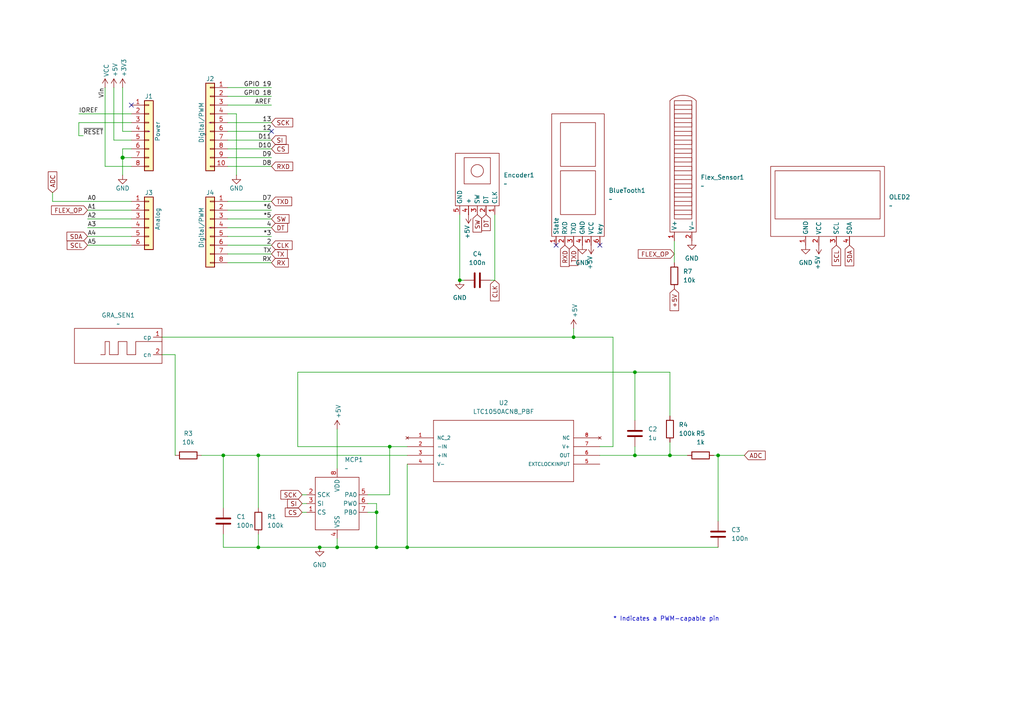
<source format=kicad_sch>
(kicad_sch (version 20250114) (generator "eeschema") (generator_version "9.0")
  (paper "A4")
  (title_block (title "Capteur graphite Shield Arduino") (date "2026-02-19"))
  (lib_symbols
    (symbol "Component_projet_capteur:Bluetooth"
      (property "Reference" "BlueTooth1" (at 8.89 10.7951 0))
      (property "Value" "~" (at 8.89 8.2551 0))
      (symbol "Bluetooth_0_1"
        (rectangle (start -7.62 33.02) (end 7.62 -2.54))
        (rectangle (start -5.08 30.48) (end 5.08 17.78))
        (rectangle (start -5.08 16.51) (end 5.08 3.81))
      )
      (symbol "Bluetooth_1_1"
        (pin input line (at -6.35 -5.08 90) (length 2.54) (name "State") (number "1"))
        (pin input line (at -3.81 -5.08 90) (length 2.54) (name "RXD") (number "2"))
        (pin input line (at -1.27 -5.08 90) (length 2.54) (name "TXD") (number "3"))
        (pin input line (at 1.27 -5.08 90) (length 2.54) (name "GND") (number "4"))
        (pin input line (at 3.81 -5.08 90) (length 2.54) (name "VCC") (number "5"))
        (pin input line (at 6.35 -5.08 90) (length 2.54) (name "key") (number "6"))
      )
    )
    (symbol "Component_projet_capteur:Encoder"
      (property "Reference" "Encoder" (at 0 17.018 0))
      (symbol "Encoder_0_1"
        (rectangle (start -6.35 15.24) (end 6.35 0))
        (rectangle (start -3.81 13.97) (end 3.81 6.35))
        (circle (center 0 10.16) (radius 1.7961))
      )
      (symbol "Encoder_1_1"
        (pin input line (at -5.08 -2.54 90) (length 2.54) (name "GND") (number "5"))
        (pin input line (at -2.54 -2.54 90) (length 2.54) (name "+") (number "4"))
        (pin input line (at 0 -2.54 90) (length 2.54) (name "SW") (number "3"))
        (pin input line (at 2.54 -2.54 90) (length 2.54) (name "DT") (number "2"))
        (pin input line (at 5.08 -2.54 90) (length 2.54) (name "CLK") (number "1"))
      )
    )
    (symbol "Component_projet_capteur:FlexSensor"
      (property "Reference" "Flex_Sensor1" (at 5.08 10.7951 0))
      (property "Value" "~" (at 5.08 8.2551 0))
      (symbol "FlexSensor_0_1"
        (rectangle (start -2.54 33.02) (end 2.54 -1.27))
        (rectangle (start -2.54 31.75) (end 2.54 30.48))
        (rectangle (start -2.54 29.21) (end 2.54 27.94))
        (rectangle (start -2.54 26.67) (end 2.54 25.4))
        (rectangle (start -2.54 24.13) (end 2.54 22.86))
        (rectangle (start -2.54 21.59) (end 2.54 20.32))
        (rectangle (start -2.54 19.05) (end 2.54 17.78))
        (rectangle (start -2.54 16.51) (end 2.54 15.24))
        (rectangle (start -2.54 13.97) (end 2.54 12.7))
        (rectangle (start -2.54 11.43) (end 2.54 10.16))
        (rectangle (start -2.54 8.89) (end 2.54 7.62))
        (rectangle (start -2.54 6.35) (end 2.54 5.08))
        (rectangle (start -2.54 3.81) (end 2.54 2.54))
        (rectangle (start -2.54 1.27) (end 2.54 0))
        (arc (start -3.81 33.02) (mid 0 34.5982) (end 3.81 33.02))
        (polyline (pts (xy 3.81 33.02) (xy 3.81 -5.08) (xy -3.81 -5.08) (xy -3.81 33.02)))
      )
      (symbol "FlexSensor_1_1"
        (pin input line (at -2.54 -7.62 90) (length 2.54) (name "V+") (number "1"))
        (pin input line (at 2.54 -7.62 90) (length 2.54) (name "V-") (number "2"))
      )
    )
    (symbol "Component_projet_capteur:MCP41050"
      (property "Reference" "MCP1" (at 2.1433 12.7 0))
      (property "Value" "~" (at 2.1433 10.16 0))
      (symbol "MCP41050_0_1"
        (rectangle (start -6.35 7.62) (end 6.35 -7.62))
      )
      (symbol "MCP41050_1_1"
        (pin input line (at -8.89 2.54 0) (length 2.54) (name "SCK") (number "2"))
        (pin input line (at -8.89 0 0) (length 2.54) (name "SI") (number "3"))
        (pin input line (at -8.89 -2.54 0) (length 2.54) (name "CS") (number "1"))
        (pin input line (at 0 10.16 270) (length 2.54) (name "VDD") (number "8"))
        (pin input line (at 0 -10.16 90) (length 2.54) (name "VSS") (number "4"))
        (pin input line (at 8.89 2.54 180) (length 2.54) (name "PA0") (number "5"))
        (pin input line (at 8.89 0 180) (length 2.54) (name "PW0") (number "6"))
        (pin input line (at 8.89 -2.54 180) (length 2.54) (name "PB0") (number "7"))
      )
    )
    (symbol "Connector_Generic:Conn_01x06" (pin_names (offset 1.016) (hide yes))
      (property "Reference" "J" (at 0 7.62 0))
      (property "Value" "Conn_01x06" (at 0 -10.16 0))
      (symbol "Conn_01x06_1_1"
        (rectangle (start -1.27 6.35) (end 1.27 -8.89) (stroke (width 0.254)) (fill (type background)))
        (rectangle (start -1.27 5.207) (end 0 4.953) (stroke (width 0.1524)))
        (rectangle (start -1.27 2.667) (end 0 2.413) (stroke (width 0.1524)))
        (rectangle (start -1.27 0.127) (end 0 -0.127) (stroke (width 0.1524)))
        (rectangle (start -1.27 -2.413) (end 0 -2.667) (stroke (width 0.1524)))
        (rectangle (start -1.27 -4.953) (end 0 -5.207) (stroke (width 0.1524)))
        (rectangle (start -1.27 -7.493) (end 0 -7.747) (stroke (width 0.1524)))
        (pin passive line (at -5.08 5.08 0) (length 3.81) (name "Pin_1") (number "1"))
        (pin passive line (at -5.08 2.54 0) (length 3.81) (name "Pin_2") (number "2"))
        (pin passive line (at -5.08 0 0) (length 3.81) (name "Pin_3") (number "3"))
        (pin passive line (at -5.08 -2.54 0) (length 3.81) (name "Pin_4") (number "4"))
        (pin passive line (at -5.08 -5.08 0) (length 3.81) (name "Pin_5") (number "5"))
        (pin passive line (at -5.08 -7.62 0) (length 3.81) (name "Pin_6") (number "6"))
      )
    )
    (symbol "Connector_Generic:Conn_01x08" (pin_names (offset 1.016) (hide yes))
      (property "Reference" "J" (at 0 10.16 0))
      (property "Value" "Conn_01x08" (at 0 -12.7 0))
      (symbol "Conn_01x08_1_1"
        (rectangle (start -1.27 8.89) (end 1.27 -11.43) (stroke (width 0.254)) (fill (type background)))
        (rectangle (start -1.27 7.747) (end 0 7.493) (stroke (width 0.1524)))
        (rectangle (start -1.27 5.207) (end 0 4.953) (stroke (width 0.1524)))
        (rectangle (start -1.27 2.667) (end 0 2.413) (stroke (width 0.1524)))
        (rectangle (start -1.27 0.127) (end 0 -0.127) (stroke (width 0.1524)))
        (rectangle (start -1.27 -2.413) (end 0 -2.667) (stroke (width 0.1524)))
        (rectangle (start -1.27 -4.953) (end 0 -5.207) (stroke (width 0.1524)))
        (rectangle (start -1.27 -7.493) (end 0 -7.747) (stroke (width 0.1524)))
        (rectangle (start -1.27 -10.033) (end 0 -10.287) (stroke (width 0.1524)))
        (pin passive line (at -5.08 7.62 0) (length 3.81) (name "Pin_1") (number "1"))
        (pin passive line (at -5.08 5.08 0) (length 3.81) (name "Pin_2") (number "2"))
        (pin passive line (at -5.08 2.54 0) (length 3.81) (name "Pin_3") (number "3"))
        (pin passive line (at -5.08 0 0) (length 3.81) (name "Pin_4") (number "4"))
        (pin passive line (at -5.08 -2.54 0) (length 3.81) (name "Pin_5") (number "5"))
        (pin passive line (at -5.08 -5.08 0) (length 3.81) (name "Pin_6") (number "6"))
        (pin passive line (at -5.08 -7.62 0) (length 3.81) (name "Pin_7") (number "7"))
        (pin passive line (at -5.08 -10.16 0) (length 3.81) (name "Pin_8") (number "8"))
      )
    )
    (symbol "Connector_Generic:Conn_01x10" (pin_names (offset 1.016) (hide yes))
      (property "Reference" "J" (at 0 12.7 0))
      (property "Value" "Conn_01x10" (at 0 -15.24 0))
      (symbol "Conn_01x10_1_1"
        (rectangle (start -1.27 11.43) (end 1.27 -13.97) (stroke (width 0.254)) (fill (type background)))
        (rectangle (start -1.27 10.287) (end 0 10.033) (stroke (width 0.1524)))
        (rectangle (start -1.27 7.747) (end 0 7.493) (stroke (width 0.1524)))
        (rectangle (start -1.27 5.207) (end 0 4.953) (stroke (width 0.1524)))
        (rectangle (start -1.27 2.667) (end 0 2.413) (stroke (width 0.1524)))
        (rectangle (start -1.27 0.127) (end 0 -0.127) (stroke (width 0.1524)))
        (rectangle (start -1.27 -2.413) (end 0 -2.667) (stroke (width 0.1524)))
        (rectangle (start -1.27 -4.953) (end 0 -5.207) (stroke (width 0.1524)))
        (rectangle (start -1.27 -7.493) (end 0 -7.747) (stroke (width 0.1524)))
        (rectangle (start -1.27 -10.033) (end 0 -10.287) (stroke (width 0.1524)))
        (rectangle (start -1.27 -12.573) (end 0 -12.827) (stroke (width 0.1524)))
        (pin passive line (at -5.08 10.16 0) (length 3.81) (name "Pin_1") (number "1"))
        (pin passive line (at -5.08 7.62 0) (length 3.81) (name "Pin_2") (number "2"))
        (pin passive line (at -5.08 5.08 0) (length 3.81) (name "Pin_3") (number "3"))
        (pin passive line (at -5.08 2.54 0) (length 3.81) (name "Pin_4") (number "4"))
        (pin passive line (at -5.08 0 0) (length 3.81) (name "Pin_5") (number "5"))
        (pin passive line (at -5.08 -2.54 0) (length 3.81) (name "Pin_6") (number "6"))
        (pin passive line (at -5.08 -5.08 0) (length 3.81) (name "Pin_7") (number "7"))
        (pin passive line (at -5.08 -7.62 0) (length 3.81) (name "Pin_8") (number "8"))
        (pin passive line (at -5.08 -10.16 0) (length 3.81) (name "Pin_9") (number "9"))
        (pin passive line (at -5.08 -12.7 0) (length 3.81) (name "Pin_10") (number "10"))
      )
    )
    (symbol "Device:C" (pin_numbers (hide yes)) (pin_names (offset 0.254))
      (property "Reference" "C" (at 0.635 2.54 0))
      (property "Value" "C" (at 0.635 -2.54 0))
      (symbol "C_0_1"
        (polyline (pts (xy -2.032 0.762) (xy 2.032 0.762)) (stroke (width 0.508)))
        (polyline (pts (xy -2.032 -0.762) (xy 2.032 -0.762)) (stroke (width 0.508)))
      )
      (symbol "C_1_1"
        (pin passive line (at 0 3.81 270) (length 2.794) (name "~") (number "1"))
        (pin passive line (at 0 -3.81 90) (length 2.794) (name "~") (number "2"))
      )
    )
    (symbol "Device:R" (pin_numbers (hide yes)) (pin_names (offset 0))
      (property "Reference" "R" (at 2.032 0 90))
      (property "Value" "R" (at 0 0 90))
      (symbol "R_0_1"
        (rectangle (start -1.016 -2.54) (end 1.016 2.54) (stroke (width 0.254)))
      )
      (symbol "R_1_1"
        (pin passive line (at 0 3.81 270) (length 1.27) (name "~") (number "1"))
        (pin passive line (at 0 -3.81 90) (length 1.27) (name "~") (number "2"))
      )
    )
    (symbol "LTC1050ACN8_PBF:LTC1050ACN8_PBF" (pin_names (offset 1.016))
      (property "Reference" "U" (at 23.2285 9.1237 0))
      (property "Value" "LTC1050ACN8_PBF" (at 22.6204 6.5902 0))
      (symbol "LTC1050ACN8_PBF_0_0"
        (polyline (pts (xy 7.62 5.08) (xy 7.62 -12.7)) (stroke (width 0.1524)))
        (polyline (pts (xy 7.62 -12.7) (xy 48.26 -12.7)) (stroke (width 0.1524)))
        (polyline (pts (xy 48.26 5.08) (xy 7.62 5.08)) (stroke (width 0.1524)))
        (polyline (pts (xy 48.26 -12.7) (xy 48.26 5.08)) (stroke (width 0.1524)))
        (pin no_connect line (at 0 0 0) (length 7.62) (name "NC_2") (number "1"))
        (pin input line (at 0 -2.54 0) (length 7.62) (name "-IN") (number "2"))
        (pin input line (at 0 -5.08 0) (length 7.62) (name "+IN") (number "3"))
        (pin power_in line (at 0 -7.62 0) (length 7.62) (name "V-") (number "4"))
        (pin no_connect line (at 55.88 0 180) (length 7.62) (name "NC") (number "8"))
        (pin power_in line (at 55.88 -2.54 180) (length 7.62) (name "V+") (number "7"))
        (pin output line (at 55.88 -5.08 180) (length 7.62) (name "OUT") (number "6"))
        (pin input line (at 55.88 -7.62 180) (length 7.62) (name "EXTCLOCKINPUT") (number "5"))
      )
    )
    (symbol "New_Library:Graphite-Sensor"
      (property "Reference" "GRA_SEN1" (at 0 8.89 0))
      (property "Value" "~" (at 0 6.35 0))
      (symbol "Graphite-Sensor_0_1"
        (rectangle (start -12.7 5.08) (end 12.7 -5.08))
        (polyline (pts (xy 12.7 1.27) (xy 5.08 1.27) (xy 5.08 -2.54) (xy 2.54 -2.54) (xy 2.54 1.27) (xy 0 1.27) (xy 0 -2.54) (xy -2.54 -2.54) (xy -2.54 1.27) (xy -3.81 1.27) (xy -3.81 -2.54) (xy -5.08 -2.54)))
      )
      (symbol "Graphite-Sensor_1_1"
        (pin input line (at 12.7 2.54 180) (length 2.54) (name "cp") (number "1"))
        (pin input line (at 12.7 -2.54 180) (length 2.54) (name "cn") (number "2"))
      )
    )
    (symbol "OLED_1"
      (property "Reference" "OLED2" (at 17.78 8.8901 0))
      (property "Value" "~" (at 17.78 6.3501 0))
      (symbol "OLED_1_0_1"
        (rectangle (start -16.51 17.78) (end 16.51 -2.54))
        (rectangle (start -15.24 16.51) (end 15.24 2.54))
      )
      (symbol "OLED_1_1_1"
        (pin input line (at -6.35 -5.08 90) (length 2.54) (name "GND") (number "1"))
        (pin input line (at -2.54 -5.08 90) (length 2.54) (name "VCC") (number "2"))
        (pin input line (at 2.54 -5.08 90) (length 2.54) (name "SCL") (number "3"))
        (pin input line (at 6.35 -5.08 90) (length 2.54) (name "SDA") (number "4"))
      )
    )
    (symbol "power:+3V3" (power) (pin_numbers (hide yes)) (pin_names (offset 0) (hide yes))
      (property "Value" "+3V3" (at 0 3.556 0))
      (symbol "+3V3_0_1"
        (polyline (pts (xy -0.762 1.27) (xy 0 2.54)))
        (polyline (pts (xy 0 2.54) (xy 0.762 1.27)))
        (polyline (pts (xy 0 0) (xy 0 2.54)))
      )
      (symbol "+3V3_1_1"
        (pin power_in line (at 0 0 90) (length 0) (name "~") (number "1"))
      )
    )
    (symbol "power:+5V" (power) (pin_numbers (hide yes)) (pin_names (offset 0) (hide yes))
      (property "Value" "+5V" (at 0 3.556 0))
      (symbol "+5V_0_1"
        (polyline (pts (xy -0.762 1.27) (xy 0 2.54)))
        (polyline (pts (xy 0 2.54) (xy 0.762 1.27)))
        (polyline (pts (xy 0 0) (xy 0 2.54)))
      )
      (symbol "+5V_1_1"
        (pin power_in line (at 0 0 90) (length 0) (name "~") (number "1"))
      )
    )
    (symbol "power:GND" (power) (pin_numbers (hide yes)) (pin_names (offset 0) (hide yes))
      (property "Value" "GND" (at 0 -3.81 0))
      (symbol "GND_0_1"
        (polyline (pts (xy 0 0) (xy 0 -1.27) (xy 1.27 -1.27) (xy 0 -2.54) (xy -1.27 -1.27) (xy 0 -1.27)))
      )
      (symbol "GND_1_1"
        (pin power_in line (at 0 0 270) (length 0) (name "~") (number "1"))
      )
    )
    (symbol "power:VCC" (power) (pin_numbers (hide yes)) (pin_names (offset 0) (hide yes))
      (property "Value" "VCC" (at 0 3.556 0))
      (symbol "VCC_0_1"
        (polyline (pts (xy -0.762 1.27) (xy 0 2.54)))
        (polyline (pts (xy 0 2.54) (xy 0.762 1.27)))
        (polyline (pts (xy 0 0) (xy 0 2.54)))
      )
      (symbol "VCC_1_1"
        (pin power_in line (at 0 0 90) (length 0) (name "~") (number "1"))
      )
    )
  )
  (text "* Indicates a PWM-capable pin" (at 177.8 180.34 0) (effects (font (size 1.27 1.27)) (justify left bottom)))
  (junction (at 35.56 45.72) (diameter 1.016))
  (junction (at 184.15 107.95))
  (junction (at 194.31 132.08))
  (junction (at 166.37 97.79))
  (junction (at 133.35 81.28))
  (junction (at 64.77 132.08))
  (junction (at 92.71 158.75))
  (junction (at 184.15 132.08))
  (junction (at 208.28 132.08))
  (junction (at 74.93 158.75))
  (junction (at 118.11 158.75))
  (junction (at 109.22 158.75))
  (junction (at 109.22 148.59))
  (junction (at 97.79 158.75))
  (junction (at 113.03 129.54))
  (junction (at 74.93 132.08))
  (no_connect (at 78.74 38.1))
  (no_connect (at 173.99 71.12))
  (no_connect (at 161.29 71.12))
  (no_connect (at 38.1 30.48))
  (wire (pts (xy 66.04 76.2) (xy 78.74 76.2)))
  (wire (pts (xy 166.37 95.25) (xy 166.37 97.79)))
  (wire (pts (xy 66.04 43.18) (xy 78.74 43.18)))
  (wire (pts (xy 64.77 132.08) (xy 64.77 147.32)))
  (wire (pts (xy 66.04 25.4) (xy 78.74 25.4)))
  (wire (pts (xy 118.11 158.75) (xy 208.28 158.75)))
  (wire (pts (xy 173.99 132.08) (xy 184.15 132.08)))
  (wire (pts (xy 35.56 43.18) (xy 35.56 45.72)))
  (wire (pts (xy 25.4 71.12) (xy 38.1 71.12)))
  (wire (pts (xy 97.79 158.75) (xy 92.71 158.75)))
  (wire (pts (xy 50.8 102.87) (xy 50.8 132.08)))
  (wire (pts (xy 97.79 156.21) (xy 97.79 158.75)))
  (wire (pts (xy 35.56 45.72) (xy 35.56 50.8)))
  (wire (pts (xy 133.35 81.28) (xy 134.62 81.28)))
  (wire (pts (xy 35.56 38.1) (xy 38.1 38.1)))
  (wire (pts (xy 113.03 129.54) (xy 118.11 129.54)))
  (wire (pts (xy 33.02 40.64) (xy 38.1 40.64)))
  (wire (pts (xy 184.15 132.08) (xy 184.15 129.54)))
  (wire (pts (xy 184.15 107.95) (xy 194.31 107.95)))
  (wire (pts (xy 33.02 25.4) (xy 33.02 40.64)))
  (wire (pts (xy 66.04 35.56) (xy 78.74 35.56)))
  (wire (pts (xy 35.56 25.4) (xy 35.56 38.1)))
  (wire (pts (xy 66.04 58.42) (xy 78.74 58.42)))
  (wire (pts (xy 64.77 158.75) (xy 74.93 158.75)))
  (wire (pts (xy 66.04 38.1) (xy 78.74 38.1)))
  (wire (pts (xy 66.04 60.96) (xy 78.74 60.96)))
  (wire (pts (xy 58.42 132.08) (xy 64.77 132.08)))
  (wire (pts (xy 143.51 81.28) (xy 143.51 62.23)))
  (wire (pts (xy 109.22 148.59) (xy 109.22 158.75)))
  (wire (pts (xy 22.86 39.37) (xy 22.86 35.56)))
  (wire (pts (xy 66.04 45.72) (xy 78.74 45.72)))
  (wire (pts (xy 66.04 66.04) (xy 78.74 66.04)))
  (wire (pts (xy 15.24 58.42) (xy 38.1 58.42)))
  (wire (pts (xy 87.63 143.51) (xy 88.9 143.51)))
  (wire (pts (xy 22.86 33.02) (xy 38.1 33.02)))
  (wire (pts (xy 177.8 97.79) (xy 166.37 97.79)))
  (wire (pts (xy 22.86 35.56) (xy 38.1 35.56)))
  (wire (pts (xy 184.15 121.92) (xy 184.15 107.95)))
  (wire (pts (xy 195.58 69.85) (xy 195.58 76.2)))
  (wire (pts (xy 194.31 132.08) (xy 199.39 132.08)))
  (wire (pts (xy 194.31 128.27) (xy 194.31 132.08)))
  (wire (pts (xy 64.77 158.75) (xy 64.77 154.94)))
  (wire (pts (xy 68.58 33.02) (xy 68.58 50.8)))
  (wire (pts (xy 106.68 143.51) (xy 113.03 143.51)))
  (wire (pts (xy 177.8 97.79) (xy 177.8 129.54)))
  (wire (pts (xy 66.04 30.48) (xy 78.74 30.48)))
  (wire (pts (xy 87.63 148.59) (xy 88.9 148.59)))
  (wire (pts (xy 118.11 132.08) (xy 74.93 132.08)))
  (wire (pts (xy 15.24 58.42) (xy 15.24 55.88)))
  (wire (pts (xy 38.1 63.5) (xy 25.4 63.5)))
  (wire (pts (xy 24.13 39.37) (xy 22.86 39.37)))
  (wire (pts (xy 86.36 107.95) (xy 184.15 107.95)))
  (wire (pts (xy 38.1 45.72) (xy 35.56 45.72)))
  (wire (pts (xy 118.11 134.62) (xy 118.11 158.75)))
  (wire (pts (xy 64.77 132.08) (xy 74.93 132.08)))
  (wire (pts (xy 106.68 148.59) (xy 109.22 148.59)))
  (wire (pts (xy 113.03 143.51) (xy 113.03 129.54)))
  (wire (pts (xy 184.15 132.08) (xy 194.31 132.08)))
  (wire (pts (xy 38.1 48.26) (xy 30.48 48.26)))
  (wire (pts (xy 118.11 158.75) (xy 109.22 158.75)))
  (wire (pts (xy 25.4 60.96) (xy 38.1 60.96)))
  (wire (pts (xy 194.31 107.95) (xy 194.31 120.65)))
  (wire (pts (xy 109.22 158.75) (xy 97.79 158.75)))
  (wire (pts (xy 86.36 129.54) (xy 113.03 129.54)))
  (wire (pts (xy 66.04 33.02) (xy 68.58 33.02)))
  (wire (pts (xy 74.93 158.75) (xy 74.93 154.94)))
  (wire (pts (xy 97.79 124.46) (xy 97.79 135.89)))
  (wire (pts (xy 38.1 43.18) (xy 35.56 43.18)))
  (wire (pts (xy 50.8 102.87) (xy 46.99 102.87)))
  (wire (pts (xy 133.35 62.23) (xy 133.35 81.28)))
  (wire (pts (xy 66.04 40.64) (xy 78.74 40.64)))
  (wire (pts (xy 207.01 132.08) (xy 208.28 132.08)))
  (wire (pts (xy 142.24 81.28) (xy 143.51 81.28)))
  (wire (pts (xy 66.04 63.5) (xy 78.74 63.5)))
  (wire (pts (xy 25.4 66.04) (xy 38.1 66.04)))
  (wire (pts (xy 173.99 129.54) (xy 177.8 129.54)))
  (wire (pts (xy 74.93 132.08) (xy 74.93 147.32)))
  (wire (pts (xy 87.63 146.05) (xy 88.9 146.05)))
  (wire (pts (xy 66.04 27.94) (xy 78.74 27.94)))
  (wire (pts (xy 74.93 158.75) (xy 92.71 158.75)))
  (wire (pts (xy 66.04 71.12) (xy 78.74 71.12)))
  (wire (pts (xy 106.68 146.05) (xy 109.22 146.05)))
  (wire (pts (xy 66.04 68.58) (xy 78.74 68.58)))
  (wire (pts (xy 208.28 132.08) (xy 215.9 132.08)))
  (wire (pts (xy 46.99 97.79) (xy 166.37 97.79)))
  (wire (pts (xy 208.28 132.08) (xy 208.28 151.13)))
  (wire (pts (xy 109.22 146.05) (xy 109.22 148.59)))
  (wire (pts (xy 66.04 73.66) (xy 78.74 73.66)))
  (wire (pts (xy 30.48 48.26) (xy 30.48 25.4)))
  (wire (pts (xy 38.1 68.58) (xy 25.4 68.58)))
  (wire (pts (xy 86.36 107.95) (xy 86.36 129.54)))
  (wire (pts (xy 66.04 48.26) (xy 78.74 48.26)))
  (label "RX" (at 78.74 76.2 180))
  (label "A2" (at 25.4 63.5 0))
  (label "4" (at 78.74 66.04 180))
  (label "2" (at 78.74 71.12 180))
  (label "A3" (at 25.4 66.04 0))
  (label "13" (at 78.74 35.56 180))
  (label "12" (at 78.74 38.1 180))
  (label "~{RESET}" (at 24.13 39.37 0))
  (label "D10" (at 78.74 43.18 180))
  (label "D7" (at 78.74 58.42 180))
  (label "GPIO 18" (at 78.74 27.94 180))
  (label "D8" (at 78.74 48.26 180))
  (label "D11" (at 78.74 40.64 180))
  (label "*3" (at 78.74 68.58 180))
  (label "A1" (at 25.4 60.96 0))
  (label "TX" (at 78.74 73.66 180))
  (label "A0" (at 25.4 58.42 0))
  (label "AREF" (at 78.74 30.48 180))
  (label "Vin" (at 30.48 25.4 270))
  (label "*6" (at 78.74 60.96 180))
  (label "GPIO 19" (at 78.74 25.4 180))
  (label "D9" (at 78.74 45.72 180))
  (label "*5" (at 78.74 63.5 180))
  (label "IOREF" (at 22.86 33.02 0))
  (label "A4" (at 25.4 68.58 0))
  (label "A5" (at 25.4 71.12 0))
  (global_label "SW" (shape input) (at 138.43 62.23 270) (property "Intersheetrefs" "${INTERSHEET_REFS}" (effects (hide yes))))
  (global_label "RXD" (shape input) (at 163.83 71.12 270) (property "Intersheetrefs" "${INTERSHEET_REFS}" (effects (hide yes))))
  (global_label "CS" (shape input) (at 78.74 43.18 0) (property "Intersheetrefs" "${INTERSHEET_REFS}" (effects (hide yes))))
  (global_label "TX" (shape input) (at 78.74 73.66 0) (property "Intersheetrefs" "${INTERSHEET_REFS}" (effects (hide yes))))
  (global_label "SI" (shape input) (at 87.63 146.05 180) (property "Intersheetrefs" "${INTERSHEET_REFS}" (effects (hide yes))))
  (global_label "ADC" (shape input) (at 215.9 132.08 0) (property "Intersheetrefs" "${INTERSHEET_REFS}" (effects (hide yes))))
  (global_label "SCK" (shape input) (at 78.74 35.56 0) (property "Intersheetrefs" "${INTERSHEET_REFS}" (effects (hide yes))))
  (global_label "SW" (shape input) (at 78.74 63.5 0) (property "Intersheetrefs" "${INTERSHEET_REFS}" (effects (hide yes))))
  (global_label "CS" (shape input) (at 87.63 148.59 180) (property "Intersheetrefs" "${INTERSHEET_REFS}" (effects (hide yes))))
  (global_label "SCL" (shape input) (at 242.57 71.12 270) (property "Intersheetrefs" "${INTERSHEET_REFS}" (effects (hide yes))))
  (global_label "RXD" (shape input) (at 78.74 48.26 0) (property "Intersheetrefs" "${INTERSHEET_REFS}" (effects (hide yes))))
  (global_label "TXD" (shape input) (at 166.37 71.12 270) (property "Intersheetrefs" "${INTERSHEET_REFS}" (effects (hide yes))))
  (global_label "SCK" (shape input) (at 87.63 143.51 180) (property "Intersheetrefs" "${INTERSHEET_REFS}" (effects (hide yes))))
  (global_label "FLEX_OP" (shape input) (at 25.4 60.96 180) (property "Intersheetrefs" "${INTERSHEET_REFS}" (effects (hide yes))))
  (global_label "CLK" (shape input) (at 143.51 81.28 270) (property "Intersheetrefs" "${INTERSHEET_REFS}" (effects (hide yes))))
  (global_label "ADC" (shape input) (at 15.24 55.88 90) (property "Intersheetrefs" "${INTERSHEET_REFS}" (effects (hide yes))))
  (global_label "SCL" (shape input) (at 25.4 71.12 180) (property "Intersheetrefs" "${INTERSHEET_REFS}" (effects (hide yes))))
  (global_label "FLEX_OP" (shape input) (at 195.58 73.66 180) (property "Intersheetrefs" "${INTERSHEET_REFS}" (effects (hide yes))))
  (global_label "SI" (shape input) (at 78.74 40.64 0) (property "Intersheetrefs" "${INTERSHEET_REFS}" (effects (hide yes))))
  (global_label "RX" (shape input) (at 78.74 76.2 0) (property "Intersheetrefs" "${INTERSHEET_REFS}" (effects (hide yes))))
  (global_label "CLK" (shape input) (at 78.74 71.12 0) (property "Intersheetrefs" "${INTERSHEET_REFS}" (effects (hide yes))))
  (global_label "DT" (shape input) (at 78.74 66.04 0) (property "Intersheetrefs" "${INTERSHEET_REFS}" (effects (hide yes))))
  (global_label "DT" (shape input) (at 140.97 62.23 270) (property "Intersheetrefs" "${INTERSHEET_REFS}" (effects (hide yes))))
  (global_label "+5V" (shape input) (at 195.58 83.82 270) (property "Intersheetrefs" "${INTERSHEET_REFS}" (effects (hide yes))))
  (global_label "SDA" (shape input) (at 246.38 71.12 270) (property "Intersheetrefs" "${INTERSHEET_REFS}" (effects (hide yes))))
  (global_label "SDA" (shape input) (at 25.4 68.58 180) (property "Intersheetrefs" "${INTERSHEET_REFS}" (effects (hide yes))))
  (global_label "TXD" (shape input) (at 78.74 58.42 0) (property "Intersheetrefs" "${INTERSHEET_REFS}" (effects (hide yes))))
  (symbol (lib_id "Connector_Generic:Conn_01x08") (at 43.18 38.1 0) (unit 1)
    (property "Reference" "J1" (at 43.18 27.94 0))
    (property "Value" "Power" (at 45.72 38.1 90))
    (property "Footprint" "Connector_PinSocket_2.54mm:PinSocket_1x08_P2.54mm_Vertical" (effects (hide yes)))
    (property "Datasheet" "~" (at 43.18 38.1 0))
    (property "Description" "Generic connector, single row, 01x08, script generated (kicad-library-utils/schlib/autogen/connector/)" (effects (hide yes)))
  )
  (symbol (lib_id "power:+3V3") (at 35.56 25.4 0) (unit 1)
    (property "Reference" "#PWR03" (effects (hide yes)))
    (property "Value" "+3V3" (at 35.941 22.352 90) (effects (justify left)))
    (property "Description" "Power symbol creates a global label with name \"+3V3\"" (effects (hide yes)))
  )
  (symbol (lib_id "power:+5V") (at 33.02 25.4 0) (unit 1)
    (property "Reference" "#PWR02" (effects (hide yes)))
    (property "Value" "+5V" (at 33.3756 22.352 90) (effects (justify left)))
    (property "Description" "Power symbol creates a global label with name \"+5V\"" (effects (hide yes)))
  )
  (symbol (lib_id "power:GND") (at 35.56 50.8 0) (unit 1)
    (property "Reference" "#PWR04" (effects (hide yes)))
    (property "Value" "GND" (at 35.56 54.61 0))
    (property "Description" "Power symbol creates a global label with name \"GND\" , ground" (effects (hide yes)))
  )
  (symbol (lib_id "Connector_Generic:Conn_01x10") (at 60.96 35.56 0) (mirror y) (unit 1)
    (property "Reference" "J2" (at 60.96 22.86 0))
    (property "Value" "Digital/PWM" (at 58.42 35.56 90))
    (property "Footprint" "Connector_PinSocket_2.54mm:PinSocket_1x10_P2.54mm_Vertical" (effects (hide yes)))
    (property "Datasheet" "~" (at 60.96 35.56 0))
    (property "Description" "Generic connector, single row, 01x10, script generated (kicad-library-utils/schlib/autogen/connector/)" (effects (hide yes)))
  )
  (symbol (lib_id "power:GND") (at 68.58 50.8 0) (unit 1)
    (property "Reference" "#PWR05" (effects (hide yes)))
    (property "Value" "GND" (at 68.58 54.61 0))
    (property "Description" "Power symbol creates a global label with name \"GND\" , ground" (effects (hide yes)))
  )
  (symbol (lib_id "Connector_Generic:Conn_01x06") (at 43.18 63.5 0) (unit 1)
    (property "Reference" "J3" (at 43.18 55.88 0))
    (property "Value" "Analog" (at 45.72 63.5 90))
    (property "Footprint" "Connector_PinSocket_2.54mm:PinSocket_1x06_P2.54mm_Vertical" (effects (hide yes)))
    (property "Description" "Generic connector, single row, 01x06, script generated (kicad-library-utils/schlib/autogen/connector/)" (effects (hide yes)))
  )
  (symbol (lib_id "Connector_Generic:Conn_01x08") (at 60.96 66.04 0) (mirror y) (unit 1)
    (property "Reference" "J4" (at 60.96 55.88 0))
    (property "Value" "Digital/PWM" (at 58.42 66.04 90))
    (property "Footprint" "Connector_PinSocket_2.54mm:PinSocket_1x08_P2.54mm_Vertical" (effects (hide yes)))
    (property "Datasheet" "~" (at 60.96 66.04 0))
    (property "Description" "Generic connector, single row, 01x08, script generated (kicad-library-utils/schlib/autogen/connector/)" (effects (hide yes)))
  )
  (symbol (lib_id "Device:C") (at 64.77 151.13 0) (unit 1)
    (property "Reference" "C1" (at 68.58 149.8599 0) (effects (justify left)))
    (property "Value" "100n" (at 68.58 152.3999 0) (effects (justify left)))
    (property "Footprint" "Capacitor_THT:C_Disc_D4.7mm_W2.5mm_P5.00mm" (effects (hide yes)))
    (property "Description" "Unpolarized capacitor" (effects (hide yes)))
  )
  (symbol (lib_id "New_Library:Graphite-Sensor") (at 34.29 100.33 0) (unit 1)
    (property "Reference" "GRA_SEN1" (at 34.29 91.44 0))
    (property "Value" "~" (at 34.29 93.98 0))
    (property "Footprint" "Component_Projet_Capteur:Sensor" (effects (hide yes)))
  )
  (symbol (lib_id "power:+5V") (at 166.37 95.25 0) (unit 1)
    (property "Reference" "#PWR012" (effects (hide yes)))
    (property "Value" "+5V" (at 166.7256 92.202 90) (effects (justify left)))
    (property "Description" "Power symbol creates a global label with name \"+5V\"" (effects (hide yes)))
  )
  (symbol (lib_id "power:+5V") (at 237.49 71.12 180) (unit 1)
    (property "Reference" "#PWR011" (effects (hide yes)))
    (property "Value" "+5V" (at 237.1344 74.168 90) (effects (justify left)))
    (property "Description" "Power symbol creates a global label with name \"+5V\"" (effects (hide yes)))
  )
  (symbol (lib_id "power:+5V") (at 171.45 71.12 180) (unit 1)
    (property "Reference" "#PWR010" (effects (hide yes)))
    (property "Value" "+5V" (at 171.0944 74.168 90) (effects (justify left)))
    (property "Description" "Power symbol creates a global label with name \"+5V\"" (effects (hide yes)))
  )
  (symbol (lib_id "power:+5V") (at 97.79 124.46 0) (unit 1)
    (property "Reference" "#PWR013" (effects (hide yes)))
    (property "Value" "+5V" (at 98.1456 121.412 90) (effects (justify left)))
    (property "Description" "Power symbol creates a global label with name \"+5V\"" (effects (hide yes)))
  )
  (symbol (lib_id "Component_projet_capteur:MCP41050") (at 97.79 146.05 0) (unit 1)
    (property "Reference" "MCP1" (at 99.9333 133.35 0) (effects (justify left)))
    (property "Value" "~" (at 99.9333 135.89 0) (effects (justify left)))
    (property "Footprint" "Component_Projet_Capteur:DIP-8_296_ELL" (effects (hide yes)))
  )
  (symbol (lib_id "Device:R") (at 195.58 80.01 180) (unit 1)
    (property "Reference" "R7" (at 198.12 78.7399 0) (effects (justify right)))
    (property "Value" "10k" (at 198.12 81.2799 0) (effects (justify right)))
    (property "Footprint" "Resistor_THT:R_Axial_DIN0207_L6.3mm_D2.5mm_P15.24mm_Horizontal" (effects (hide yes)))
    (property "Description" "Resistor" (effects (hide yes)))
  )
  (symbol (lib_id "Device:R") (at 203.2 132.08 90) (unit 1)
    (property "Reference" "R5" (at 203.2 125.73 90))
    (property "Value" "1k" (at 203.2 128.27 90))
    (property "Footprint" "Resistor_THT:R_Axial_DIN0207_L6.3mm_D2.5mm_P15.24mm_Horizontal" (effects (hide yes)))
    (property "Description" "Resistor" (effects (hide yes)))
  )
  (symbol (lib_id "Device:C") (at 208.28 154.94 0) (unit 1)
    (property "Reference" "C3" (at 212.09 153.6699 0) (effects (justify left)))
    (property "Value" "100n" (at 212.09 156.2099 0) (effects (justify left)))
    (property "Footprint" "Capacitor_THT:C_Disc_D4.7mm_W2.5mm_P5.00mm" (effects (hide yes)))
    (property "Description" "Unpolarized capacitor" (effects (hide yes)))
  )
  (symbol (lib_id "power:VCC") (at 30.48 25.4 0) (unit 1)
    (property "Reference" "#PWR01" (effects (hide yes)))
    (property "Value" "VCC" (at 30.861 22.352 90) (effects (justify left)))
    (property "Description" "Power symbol creates a global label with name \"VCC\"" (effects (hide yes)))
  )
  (symbol (lib_id "power:+5V") (at 135.89 62.23 180) (unit 1)
    (property "Reference" "#PWR09" (effects (hide yes)))
    (property "Value" "+5V" (at 135.5344 65.278 90) (effects (justify left)))
    (property "Description" "Power symbol creates a global label with name \"+5V\"" (effects (hide yes)))
  )
  (symbol (lib_id "Device:R") (at 74.93 151.13 0) (unit 1)
    (property "Reference" "R1" (at 77.47 149.8599 0) (effects (justify left)))
    (property "Value" "100k" (at 77.47 152.3999 0) (effects (justify left)))
    (property "Footprint" "Resistor_THT:R_Axial_DIN0207_L6.3mm_D2.5mm_P15.24mm_Horizontal" (effects (hide yes)))
    (property "Description" "Resistor" (effects (hide yes)))
  )
  (symbol (lib_id "Device:C") (at 138.43 81.28 270) (unit 1)
    (property "Reference" "C4" (at 138.43 73.66 90))
    (property "Value" "100n" (at 138.43 76.2 90))
    (property "Footprint" "Capacitor_THT:C_Disc_D4.7mm_W2.5mm_P5.00mm" (effects (hide yes)))
    (property "Description" "Unpolarized capacitor" (effects (hide yes)))
  )
  (symbol (lib_name "OLED_1") (lib_id "Component_projet_capteur:OLED") (at 240.03 66.04 0) (unit 1)
    (property "Reference" "OLED2" (at 257.81 57.1499 0) (effects (justify left)))
    (property "Value" "~" (at 257.81 59.6899 0) (effects (justify left)))
    (property "Footprint" "Component_Projet_Capteur:OLED" (effects (hide yes)))
  )
  (symbol (lib_id "power:GND") (at 168.91 71.12 0) (unit 1)
    (property "Reference" "#PWR07" (effects (hide yes)))
    (property "Value" "GND" (at 168.91 76.2 0))
    (property "Description" "Power symbol creates a global label with name \"GND\" , ground" (effects (hide yes)))
  )
  (symbol (lib_id "power:GND") (at 133.35 81.28 0) (unit 1)
    (property "Reference" "#PWR014" (effects (hide yes)))
    (property "Value" "GND" (at 133.35 86.36 0))
    (property "Description" "Power symbol creates a global label with name \"GND\" , ground" (effects (hide yes)))
  )
  (symbol (lib_id "Component_projet_capteur:Bluetooth") (at 167.64 66.04 0) (unit 1)
    (property "Reference" "BlueTooth1" (at 176.53 55.2449 0) (effects (justify left)))
    (property "Value" "~" (at 176.53 57.7849 0) (effects (justify left)))
    (property "Footprint" "Component_Projet_Capteur:Bluetooth" (effects (hide yes)))
  )
  (symbol (lib_id "power:GND") (at 92.71 158.75 0) (unit 1)
    (property "Reference" "#PWR017" (effects (hide yes)))
    (property "Value" "GND" (at 92.71 163.83 0))
    (property "Description" "Power symbol creates a global label with name \"GND\" , ground" (effects (hide yes)))
  )
  (symbol (lib_id "Component_projet_capteur:Encoder") (at 138.43 59.69 0) (unit 1)
    (property "Reference" "Encoder1" (at 146.05 50.7999 0) (effects (justify left)))
    (property "Value" "~" (at 146.05 53.3399 0) (effects (justify left)))
    (property "Footprint" "Component_Projet_Capteur:Encoder_rotation" (effects (hide yes)))
  )
  (symbol (lib_id "power:GND") (at 233.68 71.12 0) (unit 1)
    (property "Reference" "#PWR06" (effects (hide yes)))
    (property "Value" "GND" (at 233.68 76.2 0))
    (property "Description" "Power symbol creates a global label with name \"GND\" , ground" (effects (hide yes)))
  )
  (symbol (lib_id "power:GND") (at 200.66 69.85 0) (unit 1)
    (property "Reference" "#PWR08" (effects (hide yes)))
    (property "Value" "GND" (at 200.66 74.93 0))
    (property "Description" "Power symbol creates a global label with name \"GND\" , ground" (effects (hide yes)))
  )
  (symbol (lib_id "LTC1050ACN8_PBF:LTC1050ACN8_PBF") (at 118.11 127 0) (unit 1)
    (property "Reference" "U2" (at 146.05 116.84 0))
    (property "Value" "LTC1050ACN8_PBF" (at 146.05 119.38 0))
    (property "Footprint" "Component_Projet_Capteur:DIP-8_296_ELL" (effects (hide yes)))
    (property "MF" "Analog Devices" (effects (hide yes)))
    (property "Price" "None" (effects (hide yes)))
    (property "Availability" "In Stock" (effects (hide yes)))
  )
  (symbol (lib_id "Device:R") (at 194.31 124.46 0) (unit 1)
    (property "Reference" "R4" (at 196.85 123.1899 0) (effects (justify left)))
    (property "Value" "100k" (at 196.85 125.7299 0) (effects (justify left)))
    (property "Footprint" "Resistor_THT:R_Axial_DIN0207_L6.3mm_D2.5mm_P15.24mm_Horizontal" (effects (hide yes)))
    (property "Description" "Resistor" (effects (hide yes)))
  )
  (symbol (lib_id "Device:R") (at 54.61 132.08 90) (unit 1)
    (property "Reference" "R3" (at 54.61 125.73 90))
    (property "Value" "10k" (at 54.61 128.27 90))
    (property "Footprint" "Resistor_THT:R_Axial_DIN0207_L6.3mm_D2.5mm_P15.24mm_Horizontal" (effects (hide yes)))
    (property "Description" "Resistor" (effects (hide yes)))
  )
  (symbol (lib_id "Device:C") (at 184.15 125.73 0) (unit 1)
    (property "Reference" "C2" (at 187.96 124.4599 0) (effects (justify left)))
    (property "Value" "1u" (at 187.96 126.9999 0) (effects (justify left)))
    (property "Footprint" "Capacitor_THT:C_Rect_L7.0mm_W2.5mm_P5.00mm" (effects (hide yes)))
    (property "Description" "Unpolarized capacitor" (effects (hide yes)))
  )
  (symbol (lib_id "Component_projet_capteur:FlexSensor") (at 198.12 62.23 0) (unit 1)
    (property "Reference" "Flex_Sensor1" (at 203.2 51.4349 0) (effects (justify left)))
    (property "Value" "~" (at 203.2 53.9749 0) (effects (justify left)))
    (property "Footprint" "Component_Projet_Capteur:Sensor" (effects (hide yes)))
  )
)
</source>
